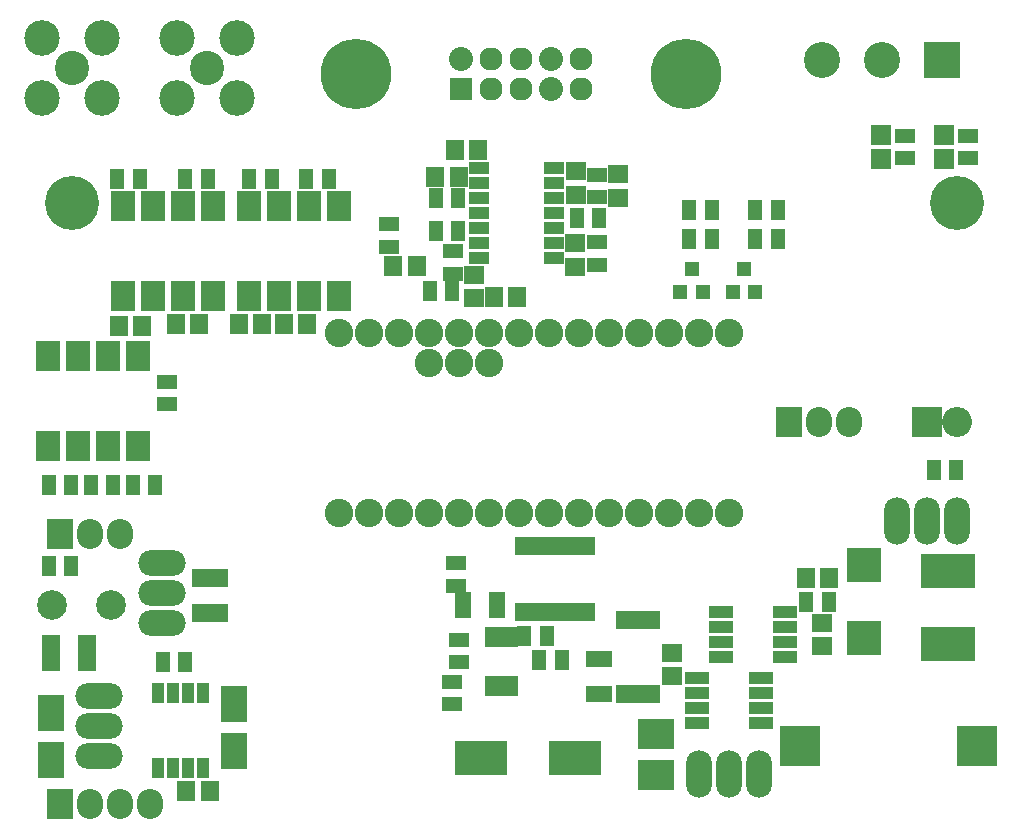
<source format=gts>
G04 #@! TF.FileFunction,Soldermask,Top*
%FSLAX46Y46*%
G04 Gerber Fmt 4.6, Leading zero omitted, Abs format (unit mm)*
G04 Created by KiCad (PCBNEW 4.0.1-stable) date 9/22/2016 9:46:07 AM*
%MOMM*%
G01*
G04 APERTURE LIST*
%ADD10C,0.150000*%
%ADD11C,2.908000*%
%ADD12C,3.008000*%
%ADD13O,4.008120X2.207260*%
%ADD14O,2.207260X4.008120*%
%ADD15R,2.032000X2.540000*%
%ADD16R,2.540000X2.540000*%
%ADD17O,2.540000X2.540000*%
%ADD18R,2.938000X2.878000*%
%ADD19R,4.638000X2.878000*%
%ADD20R,3.008000X2.508000*%
%ADD21R,1.706880X1.706880*%
%ADD22C,5.969000*%
%ADD23R,1.908000X1.908000*%
%ADD24C,2.032000*%
%ADD25C,1.958000*%
%ADD26R,2.058000X1.108000*%
%ADD27R,3.048000X3.048000*%
%ADD28C,3.048000*%
%ADD29R,0.908000X1.708000*%
%ADD30R,2.235200X2.540000*%
%ADD31O,2.235200X2.540000*%
%ADD32R,4.508500X2.908300*%
%ADD33R,3.507740X3.507740*%
%ADD34R,6.858000X1.508000*%
%ADD35C,4.572000*%
%ADD36R,1.308100X1.308100*%
%ADD37R,1.508000X3.008000*%
%ADD38R,3.008000X1.508000*%
%ADD39R,2.308860X3.007360*%
%ADD40C,2.506980*%
%ADD41R,1.016000X1.651000*%
%ADD42R,1.508000X1.758000*%
%ADD43R,1.758000X1.508000*%
%ADD44R,1.651000X1.016000*%
%ADD45R,1.808000X1.208000*%
%ADD46R,1.208000X1.808000*%
%ADD47C,2.408000*%
%ADD48R,2.208000X1.408000*%
%ADD49R,1.408000X2.208000*%
%ADD50R,3.708000X1.508000*%
G04 APERTURE END LIST*
D10*
D11*
X29083000Y-28194000D03*
D12*
X26543000Y-25654000D03*
X31623000Y-25654000D03*
X31623000Y-30734000D03*
X26543000Y-30734000D03*
D11*
X40513000Y-28194000D03*
D12*
X37973000Y-25654000D03*
X43053000Y-25654000D03*
X43053000Y-30734000D03*
X37973000Y-30734000D03*
D13*
X36703000Y-72644000D03*
X36703000Y-75184000D03*
X36703000Y-70104000D03*
X31369000Y-83947000D03*
X31369000Y-86487000D03*
X31369000Y-81407000D03*
D14*
X84709000Y-88011000D03*
X87249000Y-88011000D03*
X82169000Y-88011000D03*
X101473000Y-66548000D03*
X104013000Y-66548000D03*
X98933000Y-66548000D03*
D15*
X41021000Y-39878000D03*
X38481000Y-39878000D03*
X35941000Y-39878000D03*
X33401000Y-39878000D03*
X33401000Y-47498000D03*
X35941000Y-47498000D03*
X38481000Y-47498000D03*
X41021000Y-47498000D03*
D16*
X101473000Y-58166000D03*
D17*
X104013000Y-58166000D03*
D18*
X96139000Y-70286000D03*
X96139000Y-76526000D03*
D19*
X103251000Y-70794000D03*
X103251000Y-77034000D03*
D20*
X78486000Y-88060000D03*
X78486000Y-84660000D03*
D21*
X97536000Y-35974020D03*
X97536000Y-33875980D03*
X102870000Y-35974020D03*
X102870000Y-33875980D03*
D22*
X53086000Y-28702000D03*
X81026000Y-28702000D03*
D23*
X61976000Y-29972000D03*
D24*
X61976000Y-27432000D03*
D25*
X64516000Y-29972000D03*
X64516000Y-27432000D03*
X67056000Y-29972000D03*
X67056000Y-27432000D03*
D24*
X69596000Y-29972000D03*
X69596000Y-27432000D03*
D25*
X72136000Y-29972000D03*
X72136000Y-27432000D03*
D26*
X87409000Y-83693000D03*
X87409000Y-82423000D03*
X87409000Y-81153000D03*
X87409000Y-79883000D03*
X82009000Y-79883000D03*
X82009000Y-81153000D03*
X82009000Y-82423000D03*
X82009000Y-83693000D03*
X84041000Y-74295000D03*
X84041000Y-75565000D03*
X84041000Y-76835000D03*
X84041000Y-78105000D03*
X89441000Y-78105000D03*
X89441000Y-76835000D03*
X89441000Y-75565000D03*
X89441000Y-74295000D03*
D27*
X102743000Y-27559000D03*
D28*
X97663000Y-27559000D03*
X92583000Y-27559000D03*
D29*
X66380000Y-76386000D03*
X65730000Y-76386000D03*
X65080000Y-76386000D03*
X64430000Y-76386000D03*
X64430000Y-80586000D03*
X65080000Y-80586000D03*
X65730000Y-80586000D03*
X66380000Y-80586000D03*
D15*
X27051000Y-60198000D03*
X29591000Y-60198000D03*
X32131000Y-60198000D03*
X34671000Y-60198000D03*
X34671000Y-52578000D03*
X32131000Y-52578000D03*
X29591000Y-52578000D03*
X27051000Y-52578000D03*
D30*
X89789000Y-58166000D03*
D31*
X92329000Y-58166000D03*
X94869000Y-58166000D03*
D32*
X71691500Y-86614000D03*
X63690500Y-86614000D03*
D33*
X90671000Y-85598000D03*
X105671000Y-85598000D03*
D30*
X28067000Y-67691000D03*
D31*
X30607000Y-67691000D03*
X33147000Y-67691000D03*
D34*
X69977000Y-74301000D03*
X69977000Y-68701000D03*
D35*
X29083000Y-39624000D03*
X104013000Y-39624000D03*
D36*
X80584000Y-47228760D03*
X82484000Y-47228760D03*
X81534000Y-45229780D03*
X85029000Y-47228760D03*
X86929000Y-47228760D03*
X85979000Y-45229780D03*
D37*
X30329000Y-77724000D03*
X27329000Y-77724000D03*
D38*
X40767000Y-74398000D03*
X40767000Y-71398000D03*
D39*
X27305000Y-82837020D03*
X27305000Y-86834980D03*
X42799000Y-82075020D03*
X42799000Y-86072980D03*
D40*
X32344360Y-73660000D03*
X27343100Y-73660000D03*
D41*
X36322000Y-81153000D03*
X37592000Y-81153000D03*
X38862000Y-81153000D03*
X40132000Y-81153000D03*
X40132000Y-87503000D03*
X38862000Y-87503000D03*
X37592000Y-87503000D03*
X36322000Y-87503000D03*
D42*
X58277000Y-44958000D03*
X56277000Y-44958000D03*
X33036000Y-50038000D03*
X35036000Y-50038000D03*
X37862000Y-49911000D03*
X39862000Y-49911000D03*
X43196000Y-49911000D03*
X45196000Y-49911000D03*
X47006000Y-49911000D03*
X49006000Y-49911000D03*
D43*
X71628000Y-45069000D03*
X71628000Y-43069000D03*
X71755000Y-38973000D03*
X71755000Y-36973000D03*
X75311000Y-39227000D03*
X75311000Y-37227000D03*
X63119000Y-45736000D03*
X63119000Y-47736000D03*
D42*
X63484000Y-35179000D03*
X61484000Y-35179000D03*
X61833000Y-37465000D03*
X59833000Y-37465000D03*
X66786000Y-47625000D03*
X64786000Y-47625000D03*
D44*
X69850000Y-44323000D03*
X69850000Y-43053000D03*
X69850000Y-41783000D03*
X69850000Y-40513000D03*
X69850000Y-39243000D03*
X69850000Y-37973000D03*
X69850000Y-36703000D03*
X63500000Y-36703000D03*
X63500000Y-37973000D03*
X63500000Y-40513000D03*
X63500000Y-41783000D03*
X63500000Y-43053000D03*
X63500000Y-44323000D03*
X63500000Y-39243000D03*
D45*
X55880000Y-43368000D03*
X55880000Y-41468000D03*
D46*
X32895500Y-37592000D03*
X34795500Y-37592000D03*
X73721000Y-40894000D03*
X71821000Y-40894000D03*
D45*
X73533000Y-39177000D03*
X73533000Y-37277000D03*
X73533000Y-44892000D03*
X73533000Y-42992000D03*
D46*
X38674000Y-37592000D03*
X40574000Y-37592000D03*
X44071500Y-37592000D03*
X45971500Y-37592000D03*
X48897500Y-37592000D03*
X50797500Y-37592000D03*
X59883000Y-39243000D03*
X61783000Y-39243000D03*
D45*
X61341000Y-45654000D03*
X61341000Y-43754000D03*
D46*
X61783000Y-42037000D03*
X59883000Y-42037000D03*
X59375000Y-47117000D03*
X61275000Y-47117000D03*
D15*
X51689000Y-39878000D03*
X49149000Y-39878000D03*
X46609000Y-39878000D03*
X44069000Y-39878000D03*
X44069000Y-47498000D03*
X46609000Y-47498000D03*
X49149000Y-47498000D03*
X51689000Y-47498000D03*
D43*
X92583000Y-77200000D03*
X92583000Y-75200000D03*
D42*
X40751000Y-89408000D03*
X38751000Y-89408000D03*
D43*
X79883000Y-79740000D03*
X79883000Y-77740000D03*
D42*
X93202000Y-71374000D03*
X91202000Y-71374000D03*
D30*
X28067000Y-90551000D03*
D31*
X30607000Y-90551000D03*
X33147000Y-90551000D03*
X35687000Y-90551000D03*
D45*
X99568000Y-33975000D03*
X99568000Y-35875000D03*
X104902000Y-33975000D03*
X104902000Y-35875000D03*
D46*
X88834000Y-42672000D03*
X86934000Y-42672000D03*
X88834000Y-40259000D03*
X86934000Y-40259000D03*
X91252000Y-73406000D03*
X93152000Y-73406000D03*
D45*
X61595000Y-70170000D03*
X61595000Y-72070000D03*
D46*
X30673000Y-63500000D03*
X32573000Y-63500000D03*
X36129000Y-63500000D03*
X34229000Y-63500000D03*
X27117000Y-63500000D03*
X29017000Y-63500000D03*
X69276000Y-76327000D03*
X67376000Y-76327000D03*
X68646000Y-78359000D03*
X70546000Y-78359000D03*
D45*
X61214000Y-82103000D03*
X61214000Y-80203000D03*
X61849000Y-76647000D03*
X61849000Y-78547000D03*
X37084000Y-56703000D03*
X37084000Y-54803000D03*
D46*
X103947000Y-62230000D03*
X102047000Y-62230000D03*
X81346000Y-42672000D03*
X83246000Y-42672000D03*
X81346000Y-40259000D03*
X83246000Y-40259000D03*
X36769000Y-78486000D03*
X38669000Y-78486000D03*
X29017000Y-70358000D03*
X27117000Y-70358000D03*
D47*
X59309000Y-53213000D03*
X61849000Y-53213000D03*
X64389000Y-53213000D03*
X54229000Y-65913000D03*
X56769000Y-65913000D03*
X59309000Y-65913000D03*
X61849000Y-65913000D03*
X64389000Y-65913000D03*
X66929000Y-65913000D03*
X69469000Y-65913000D03*
X72009000Y-65913000D03*
X74549000Y-65913000D03*
X77089000Y-65913000D03*
X79629000Y-65913000D03*
X82169000Y-65913000D03*
X84709000Y-65913000D03*
X84709000Y-50673000D03*
X82169000Y-50673000D03*
X79629000Y-50673000D03*
X77089000Y-50673000D03*
X74549000Y-50673000D03*
X72009000Y-50673000D03*
X69469000Y-50673000D03*
X66929000Y-50673000D03*
X64389000Y-50673000D03*
X61849000Y-50673000D03*
X59309000Y-50673000D03*
X56769000Y-50673000D03*
X54229000Y-50673000D03*
X51689000Y-50673000D03*
X51689000Y-65913000D03*
D48*
X73660000Y-81206000D03*
X73660000Y-78306000D03*
D49*
X62177000Y-73660000D03*
X65077000Y-73660000D03*
D50*
X76962000Y-81205000D03*
X76962000Y-75005000D03*
M02*

</source>
